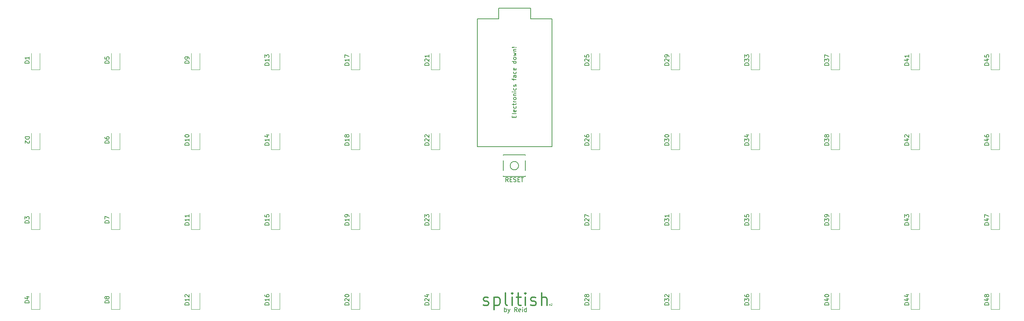
<source format=gto>
G04 #@! TF.GenerationSoftware,KiCad,Pcbnew,(5.1.5)-3*
G04 #@! TF.CreationDate,2020-07-05T21:00:07-05:00*
G04 #@! TF.ProjectId,starter-ortho,73746172-7465-4722-9d6f-7274686f2e6b,rev?*
G04 #@! TF.SameCoordinates,Original*
G04 #@! TF.FileFunction,Legend,Top*
G04 #@! TF.FilePolarity,Positive*
%FSLAX46Y46*%
G04 Gerber Fmt 4.6, Leading zero omitted, Abs format (unit mm)*
G04 Created by KiCad (PCBNEW (5.1.5)-3) date 2020-07-05 21:00:07*
%MOMM*%
%LPD*%
G04 APERTURE LIST*
%ADD10C,0.075000*%
%ADD11C,0.150000*%
%ADD12C,0.300000*%
%ADD13C,0.120000*%
%ADD14C,1.302000*%
%ADD15C,2.002000*%
%ADD16C,3.502000*%
%ADD17C,1.702000*%
%ADD18R,1.702000X1.702000*%
%ADD19R,1.902000X1.202000*%
%ADD20R,1.302000X1.002000*%
G04 APERTURE END LIST*
D10*
X157249857Y-83585857D02*
X157368904Y-83919190D01*
X157487952Y-83585857D01*
X157654619Y-83466809D02*
X157678428Y-83443000D01*
X157726047Y-83419190D01*
X157845095Y-83419190D01*
X157892714Y-83443000D01*
X157916523Y-83466809D01*
X157940333Y-83514428D01*
X157940333Y-83562047D01*
X157916523Y-83633476D01*
X157630809Y-83919190D01*
X157940333Y-83919190D01*
D11*
X146629761Y-85383630D02*
X146629761Y-84383630D01*
X146629761Y-84764583D02*
X146725000Y-84716964D01*
X146915476Y-84716964D01*
X147010714Y-84764583D01*
X147058333Y-84812202D01*
X147105952Y-84907440D01*
X147105952Y-85193154D01*
X147058333Y-85288392D01*
X147010714Y-85336011D01*
X146915476Y-85383630D01*
X146725000Y-85383630D01*
X146629761Y-85336011D01*
X147439285Y-84716964D02*
X147677380Y-85383630D01*
X147915476Y-84716964D02*
X147677380Y-85383630D01*
X147582142Y-85621726D01*
X147534523Y-85669345D01*
X147439285Y-85716964D01*
X149629761Y-85383630D02*
X149296428Y-84907440D01*
X149058333Y-85383630D02*
X149058333Y-84383630D01*
X149439285Y-84383630D01*
X149534523Y-84431250D01*
X149582142Y-84478869D01*
X149629761Y-84574107D01*
X149629761Y-84716964D01*
X149582142Y-84812202D01*
X149534523Y-84859821D01*
X149439285Y-84907440D01*
X149058333Y-84907440D01*
X150439285Y-85336011D02*
X150344047Y-85383630D01*
X150153571Y-85383630D01*
X150058333Y-85336011D01*
X150010714Y-85240773D01*
X150010714Y-84859821D01*
X150058333Y-84764583D01*
X150153571Y-84716964D01*
X150344047Y-84716964D01*
X150439285Y-84764583D01*
X150486904Y-84859821D01*
X150486904Y-84955059D01*
X150010714Y-85050297D01*
X150915476Y-85383630D02*
X150915476Y-84716964D01*
X150915476Y-84383630D02*
X150867857Y-84431250D01*
X150915476Y-84478869D01*
X150963095Y-84431250D01*
X150915476Y-84383630D01*
X150915476Y-84478869D01*
X151820238Y-85383630D02*
X151820238Y-84383630D01*
X151820238Y-85336011D02*
X151725000Y-85383630D01*
X151534523Y-85383630D01*
X151439285Y-85336011D01*
X151391666Y-85288392D01*
X151344047Y-85193154D01*
X151344047Y-84907440D01*
X151391666Y-84812202D01*
X151439285Y-84764583D01*
X151534523Y-84716964D01*
X151725000Y-84716964D01*
X151820238Y-84764583D01*
D12*
X141582142Y-83764285D02*
X141867857Y-83907142D01*
X142439285Y-83907142D01*
X142725000Y-83764285D01*
X142867857Y-83478571D01*
X142867857Y-83335714D01*
X142725000Y-83050000D01*
X142439285Y-82907142D01*
X142010714Y-82907142D01*
X141725000Y-82764285D01*
X141582142Y-82478571D01*
X141582142Y-82335714D01*
X141725000Y-82050000D01*
X142010714Y-81907142D01*
X142439285Y-81907142D01*
X142725000Y-82050000D01*
X144153571Y-81907142D02*
X144153571Y-84907142D01*
X144153571Y-82050000D02*
X144439285Y-81907142D01*
X145010714Y-81907142D01*
X145296428Y-82050000D01*
X145439285Y-82192857D01*
X145582142Y-82478571D01*
X145582142Y-83335714D01*
X145439285Y-83621428D01*
X145296428Y-83764285D01*
X145010714Y-83907142D01*
X144439285Y-83907142D01*
X144153571Y-83764285D01*
X147296428Y-83907142D02*
X147010714Y-83764285D01*
X146867857Y-83478571D01*
X146867857Y-80907142D01*
X148439285Y-83907142D02*
X148439285Y-81907142D01*
X148439285Y-80907142D02*
X148296428Y-81050000D01*
X148439285Y-81192857D01*
X148582142Y-81050000D01*
X148439285Y-80907142D01*
X148439285Y-81192857D01*
X149439285Y-81907142D02*
X150582142Y-81907142D01*
X149867857Y-80907142D02*
X149867857Y-83478571D01*
X150010714Y-83764285D01*
X150296428Y-83907142D01*
X150582142Y-83907142D01*
X151582142Y-83907142D02*
X151582142Y-81907142D01*
X151582142Y-80907142D02*
X151439285Y-81050000D01*
X151582142Y-81192857D01*
X151725000Y-81050000D01*
X151582142Y-80907142D01*
X151582142Y-81192857D01*
X152867857Y-83764285D02*
X153153571Y-83907142D01*
X153725000Y-83907142D01*
X154010714Y-83764285D01*
X154153571Y-83478571D01*
X154153571Y-83335714D01*
X154010714Y-83050000D01*
X153725000Y-82907142D01*
X153296428Y-82907142D01*
X153010714Y-82764285D01*
X152867857Y-82478571D01*
X152867857Y-82335714D01*
X153010714Y-82050000D01*
X153296428Y-81907142D01*
X153725000Y-81907142D01*
X154010714Y-82050000D01*
X155439285Y-83907142D02*
X155439285Y-80907142D01*
X156725000Y-83907142D02*
X156725000Y-82335714D01*
X156582142Y-82050000D01*
X156296428Y-81907142D01*
X155867857Y-81907142D01*
X155582142Y-82050000D01*
X155439285Y-82192857D01*
D11*
X148899571Y-39114952D02*
X148899571Y-38781619D01*
X149423380Y-38638761D02*
X149423380Y-39114952D01*
X148423380Y-39114952D01*
X148423380Y-38638761D01*
X149423380Y-38067333D02*
X149375761Y-38162571D01*
X149280523Y-38210190D01*
X148423380Y-38210190D01*
X149375761Y-37305428D02*
X149423380Y-37400666D01*
X149423380Y-37591142D01*
X149375761Y-37686380D01*
X149280523Y-37734000D01*
X148899571Y-37734000D01*
X148804333Y-37686380D01*
X148756714Y-37591142D01*
X148756714Y-37400666D01*
X148804333Y-37305428D01*
X148899571Y-37257809D01*
X148994809Y-37257809D01*
X149090047Y-37734000D01*
X149375761Y-36400666D02*
X149423380Y-36495904D01*
X149423380Y-36686380D01*
X149375761Y-36781619D01*
X149328142Y-36829238D01*
X149232904Y-36876857D01*
X148947190Y-36876857D01*
X148851952Y-36829238D01*
X148804333Y-36781619D01*
X148756714Y-36686380D01*
X148756714Y-36495904D01*
X148804333Y-36400666D01*
X148756714Y-36114952D02*
X148756714Y-35734000D01*
X148423380Y-35972095D02*
X149280523Y-35972095D01*
X149375761Y-35924476D01*
X149423380Y-35829238D01*
X149423380Y-35734000D01*
X149423380Y-35400666D02*
X148756714Y-35400666D01*
X148947190Y-35400666D02*
X148851952Y-35353047D01*
X148804333Y-35305428D01*
X148756714Y-35210190D01*
X148756714Y-35114952D01*
X149423380Y-34638761D02*
X149375761Y-34734000D01*
X149328142Y-34781619D01*
X149232904Y-34829238D01*
X148947190Y-34829238D01*
X148851952Y-34781619D01*
X148804333Y-34734000D01*
X148756714Y-34638761D01*
X148756714Y-34495904D01*
X148804333Y-34400666D01*
X148851952Y-34353047D01*
X148947190Y-34305428D01*
X149232904Y-34305428D01*
X149328142Y-34353047D01*
X149375761Y-34400666D01*
X149423380Y-34495904D01*
X149423380Y-34638761D01*
X148756714Y-33876857D02*
X149423380Y-33876857D01*
X148851952Y-33876857D02*
X148804333Y-33829238D01*
X148756714Y-33734000D01*
X148756714Y-33591142D01*
X148804333Y-33495904D01*
X148899571Y-33448285D01*
X149423380Y-33448285D01*
X149423380Y-32972095D02*
X148756714Y-32972095D01*
X148423380Y-32972095D02*
X148471000Y-33019714D01*
X148518619Y-32972095D01*
X148471000Y-32924476D01*
X148423380Y-32972095D01*
X148518619Y-32972095D01*
X149375761Y-32067333D02*
X149423380Y-32162571D01*
X149423380Y-32353047D01*
X149375761Y-32448285D01*
X149328142Y-32495904D01*
X149232904Y-32543523D01*
X148947190Y-32543523D01*
X148851952Y-32495904D01*
X148804333Y-32448285D01*
X148756714Y-32353047D01*
X148756714Y-32162571D01*
X148804333Y-32067333D01*
X149375761Y-31686380D02*
X149423380Y-31591142D01*
X149423380Y-31400666D01*
X149375761Y-31305428D01*
X149280523Y-31257809D01*
X149232904Y-31257809D01*
X149137666Y-31305428D01*
X149090047Y-31400666D01*
X149090047Y-31543523D01*
X149042428Y-31638761D01*
X148947190Y-31686380D01*
X148899571Y-31686380D01*
X148804333Y-31638761D01*
X148756714Y-31543523D01*
X148756714Y-31400666D01*
X148804333Y-31305428D01*
X148756714Y-30210190D02*
X148756714Y-29829238D01*
X149423380Y-30067333D02*
X148566238Y-30067333D01*
X148471000Y-30019714D01*
X148423380Y-29924476D01*
X148423380Y-29829238D01*
X149423380Y-29067333D02*
X148899571Y-29067333D01*
X148804333Y-29114952D01*
X148756714Y-29210190D01*
X148756714Y-29400666D01*
X148804333Y-29495904D01*
X149375761Y-29067333D02*
X149423380Y-29162571D01*
X149423380Y-29400666D01*
X149375761Y-29495904D01*
X149280523Y-29543523D01*
X149185285Y-29543523D01*
X149090047Y-29495904D01*
X149042428Y-29400666D01*
X149042428Y-29162571D01*
X148994809Y-29067333D01*
X149375761Y-28162571D02*
X149423380Y-28257809D01*
X149423380Y-28448285D01*
X149375761Y-28543523D01*
X149328142Y-28591142D01*
X149232904Y-28638761D01*
X148947190Y-28638761D01*
X148851952Y-28591142D01*
X148804333Y-28543523D01*
X148756714Y-28448285D01*
X148756714Y-28257809D01*
X148804333Y-28162571D01*
X149375761Y-27353047D02*
X149423380Y-27448285D01*
X149423380Y-27638761D01*
X149375761Y-27734000D01*
X149280523Y-27781619D01*
X148899571Y-27781619D01*
X148804333Y-27734000D01*
X148756714Y-27638761D01*
X148756714Y-27448285D01*
X148804333Y-27353047D01*
X148899571Y-27305428D01*
X148994809Y-27305428D01*
X149090047Y-27781619D01*
X149423380Y-25686380D02*
X148423380Y-25686380D01*
X149375761Y-25686380D02*
X149423380Y-25781619D01*
X149423380Y-25972095D01*
X149375761Y-26067333D01*
X149328142Y-26114952D01*
X149232904Y-26162571D01*
X148947190Y-26162571D01*
X148851952Y-26114952D01*
X148804333Y-26067333D01*
X148756714Y-25972095D01*
X148756714Y-25781619D01*
X148804333Y-25686380D01*
X149423380Y-25067333D02*
X149375761Y-25162571D01*
X149328142Y-25210190D01*
X149232904Y-25257809D01*
X148947190Y-25257809D01*
X148851952Y-25210190D01*
X148804333Y-25162571D01*
X148756714Y-25067333D01*
X148756714Y-24924476D01*
X148804333Y-24829238D01*
X148851952Y-24781619D01*
X148947190Y-24734000D01*
X149232904Y-24734000D01*
X149328142Y-24781619D01*
X149375761Y-24829238D01*
X149423380Y-24924476D01*
X149423380Y-25067333D01*
X148756714Y-24400666D02*
X149423380Y-24210190D01*
X148947190Y-24019714D01*
X149423380Y-23829238D01*
X148756714Y-23638761D01*
X148756714Y-23257809D02*
X149423380Y-23257809D01*
X148851952Y-23257809D02*
X148804333Y-23210190D01*
X148756714Y-23114952D01*
X148756714Y-22972095D01*
X148804333Y-22876857D01*
X148899571Y-22829238D01*
X149423380Y-22829238D01*
X149328142Y-22353047D02*
X149375761Y-22305428D01*
X149423380Y-22353047D01*
X149375761Y-22400666D01*
X149328142Y-22353047D01*
X149423380Y-22353047D01*
X149042428Y-22353047D02*
X148471000Y-22400666D01*
X148423380Y-22353047D01*
X148471000Y-22305428D01*
X149042428Y-22353047D01*
X148423380Y-22353047D01*
X140144500Y-15525750D02*
X140144500Y-46005750D01*
X145224500Y-15525750D02*
X140144500Y-15525750D01*
X145224500Y-12985750D02*
X145224500Y-15525750D01*
X152844500Y-12985750D02*
X145224500Y-12985750D01*
X152844500Y-15525750D02*
X152844500Y-12985750D01*
X157924500Y-15525750D02*
X152844500Y-15525750D01*
X157924500Y-46005750D02*
X157924500Y-15525750D01*
X140144500Y-46005750D02*
X157924500Y-46005750D01*
X151571000Y-53177750D02*
X146371000Y-53177750D01*
X146371000Y-53177750D02*
X146371000Y-47977750D01*
X146371000Y-47977750D02*
X151571000Y-47977750D01*
X151571000Y-47977750D02*
X151571000Y-53177750D01*
X149971000Y-50577750D02*
G75*
G03X149971000Y-50577750I-1000000J0D01*
G01*
D13*
X262525000Y-84800000D02*
X262525000Y-80900000D01*
X264525000Y-84800000D02*
X264525000Y-80900000D01*
X262525000Y-84800000D02*
X264525000Y-84800000D01*
X262525000Y-65750000D02*
X262525000Y-61850000D01*
X264525000Y-65750000D02*
X264525000Y-61850000D01*
X262525000Y-65750000D02*
X264525000Y-65750000D01*
X262525000Y-46700000D02*
X262525000Y-42800000D01*
X264525000Y-46700000D02*
X264525000Y-42800000D01*
X262525000Y-46700000D02*
X264525000Y-46700000D01*
X262525000Y-27650000D02*
X262525000Y-23750000D01*
X264525000Y-27650000D02*
X264525000Y-23750000D01*
X262525000Y-27650000D02*
X264525000Y-27650000D01*
X243475000Y-84800000D02*
X243475000Y-80900000D01*
X245475000Y-84800000D02*
X245475000Y-80900000D01*
X243475000Y-84800000D02*
X245475000Y-84800000D01*
X243475000Y-65750000D02*
X243475000Y-61850000D01*
X245475000Y-65750000D02*
X245475000Y-61850000D01*
X243475000Y-65750000D02*
X245475000Y-65750000D01*
X243475000Y-46700000D02*
X243475000Y-42800000D01*
X245475000Y-46700000D02*
X245475000Y-42800000D01*
X243475000Y-46700000D02*
X245475000Y-46700000D01*
X243475000Y-27650000D02*
X243475000Y-23750000D01*
X245475000Y-27650000D02*
X245475000Y-23750000D01*
X243475000Y-27650000D02*
X245475000Y-27650000D01*
X224425000Y-84800000D02*
X224425000Y-80900000D01*
X226425000Y-84800000D02*
X226425000Y-80900000D01*
X224425000Y-84800000D02*
X226425000Y-84800000D01*
X224425000Y-65750000D02*
X224425000Y-61850000D01*
X226425000Y-65750000D02*
X226425000Y-61850000D01*
X224425000Y-65750000D02*
X226425000Y-65750000D01*
X224425000Y-46700000D02*
X224425000Y-42800000D01*
X226425000Y-46700000D02*
X226425000Y-42800000D01*
X224425000Y-46700000D02*
X226425000Y-46700000D01*
X224425000Y-27650000D02*
X224425000Y-23750000D01*
X226425000Y-27650000D02*
X226425000Y-23750000D01*
X224425000Y-27650000D02*
X226425000Y-27650000D01*
X205375000Y-84800000D02*
X205375000Y-80900000D01*
X207375000Y-84800000D02*
X207375000Y-80900000D01*
X205375000Y-84800000D02*
X207375000Y-84800000D01*
X205375000Y-65750000D02*
X205375000Y-61850000D01*
X207375000Y-65750000D02*
X207375000Y-61850000D01*
X205375000Y-65750000D02*
X207375000Y-65750000D01*
X205375000Y-46700000D02*
X205375000Y-42800000D01*
X207375000Y-46700000D02*
X207375000Y-42800000D01*
X205375000Y-46700000D02*
X207375000Y-46700000D01*
X205375000Y-27650000D02*
X205375000Y-23750000D01*
X207375000Y-27650000D02*
X207375000Y-23750000D01*
X205375000Y-27650000D02*
X207375000Y-27650000D01*
X186325000Y-84800000D02*
X186325000Y-80900000D01*
X188325000Y-84800000D02*
X188325000Y-80900000D01*
X186325000Y-84800000D02*
X188325000Y-84800000D01*
X186325000Y-65750000D02*
X186325000Y-61850000D01*
X188325000Y-65750000D02*
X188325000Y-61850000D01*
X186325000Y-65750000D02*
X188325000Y-65750000D01*
X186325000Y-46700000D02*
X186325000Y-42800000D01*
X188325000Y-46700000D02*
X188325000Y-42800000D01*
X186325000Y-46700000D02*
X188325000Y-46700000D01*
X186325000Y-27650000D02*
X186325000Y-23750000D01*
X188325000Y-27650000D02*
X188325000Y-23750000D01*
X186325000Y-27650000D02*
X188325000Y-27650000D01*
X167275000Y-84800000D02*
X167275000Y-80900000D01*
X169275000Y-84800000D02*
X169275000Y-80900000D01*
X167275000Y-84800000D02*
X169275000Y-84800000D01*
X167275000Y-65750000D02*
X167275000Y-61850000D01*
X169275000Y-65750000D02*
X169275000Y-61850000D01*
X167275000Y-65750000D02*
X169275000Y-65750000D01*
X167275000Y-46700000D02*
X167275000Y-42800000D01*
X169275000Y-46700000D02*
X169275000Y-42800000D01*
X167275000Y-46700000D02*
X169275000Y-46700000D01*
X167275000Y-27650000D02*
X167275000Y-23750000D01*
X169275000Y-27650000D02*
X169275000Y-23750000D01*
X167275000Y-27650000D02*
X169275000Y-27650000D01*
X129175000Y-84800000D02*
X129175000Y-80900000D01*
X131175000Y-84800000D02*
X131175000Y-80900000D01*
X129175000Y-84800000D02*
X131175000Y-84800000D01*
X129175000Y-65750000D02*
X129175000Y-61850000D01*
X131175000Y-65750000D02*
X131175000Y-61850000D01*
X129175000Y-65750000D02*
X131175000Y-65750000D01*
X129175000Y-46700000D02*
X129175000Y-42800000D01*
X131175000Y-46700000D02*
X131175000Y-42800000D01*
X129175000Y-46700000D02*
X131175000Y-46700000D01*
X129175000Y-27650000D02*
X129175000Y-23750000D01*
X131175000Y-27650000D02*
X131175000Y-23750000D01*
X129175000Y-27650000D02*
X131175000Y-27650000D01*
X110125000Y-84800000D02*
X110125000Y-80900000D01*
X112125000Y-84800000D02*
X112125000Y-80900000D01*
X110125000Y-84800000D02*
X112125000Y-84800000D01*
X110125000Y-65750000D02*
X110125000Y-61850000D01*
X112125000Y-65750000D02*
X112125000Y-61850000D01*
X110125000Y-65750000D02*
X112125000Y-65750000D01*
X110125000Y-46700000D02*
X110125000Y-42800000D01*
X112125000Y-46700000D02*
X112125000Y-42800000D01*
X110125000Y-46700000D02*
X112125000Y-46700000D01*
X110125000Y-27650000D02*
X110125000Y-23750000D01*
X112125000Y-27650000D02*
X112125000Y-23750000D01*
X110125000Y-27650000D02*
X112125000Y-27650000D01*
X91075000Y-84800000D02*
X91075000Y-80900000D01*
X93075000Y-84800000D02*
X93075000Y-80900000D01*
X91075000Y-84800000D02*
X93075000Y-84800000D01*
X91075000Y-65750000D02*
X91075000Y-61850000D01*
X93075000Y-65750000D02*
X93075000Y-61850000D01*
X91075000Y-65750000D02*
X93075000Y-65750000D01*
X91075000Y-46700000D02*
X91075000Y-42800000D01*
X93075000Y-46700000D02*
X93075000Y-42800000D01*
X91075000Y-46700000D02*
X93075000Y-46700000D01*
X91075000Y-27650000D02*
X91075000Y-23750000D01*
X93075000Y-27650000D02*
X93075000Y-23750000D01*
X91075000Y-27650000D02*
X93075000Y-27650000D01*
X72025000Y-84800000D02*
X72025000Y-80900000D01*
X74025000Y-84800000D02*
X74025000Y-80900000D01*
X72025000Y-84800000D02*
X74025000Y-84800000D01*
X72025000Y-65750000D02*
X72025000Y-61850000D01*
X74025000Y-65750000D02*
X74025000Y-61850000D01*
X72025000Y-65750000D02*
X74025000Y-65750000D01*
X72025000Y-46700000D02*
X72025000Y-42800000D01*
X74025000Y-46700000D02*
X74025000Y-42800000D01*
X72025000Y-46700000D02*
X74025000Y-46700000D01*
X72025000Y-27650000D02*
X72025000Y-23750000D01*
X74025000Y-27650000D02*
X74025000Y-23750000D01*
X72025000Y-27650000D02*
X74025000Y-27650000D01*
X52975000Y-84800000D02*
X52975000Y-80900000D01*
X54975000Y-84800000D02*
X54975000Y-80900000D01*
X52975000Y-84800000D02*
X54975000Y-84800000D01*
X52975000Y-65750000D02*
X52975000Y-61850000D01*
X54975000Y-65750000D02*
X54975000Y-61850000D01*
X52975000Y-65750000D02*
X54975000Y-65750000D01*
X52975000Y-46700000D02*
X52975000Y-42800000D01*
X54975000Y-46700000D02*
X54975000Y-42800000D01*
X52975000Y-46700000D02*
X54975000Y-46700000D01*
X52975000Y-27650000D02*
X52975000Y-23750000D01*
X54975000Y-27650000D02*
X54975000Y-23750000D01*
X52975000Y-27650000D02*
X54975000Y-27650000D01*
X33925000Y-84800000D02*
X33925000Y-80900000D01*
X35925000Y-84800000D02*
X35925000Y-80900000D01*
X33925000Y-84800000D02*
X35925000Y-84800000D01*
X33925000Y-65750000D02*
X33925000Y-61850000D01*
X35925000Y-65750000D02*
X35925000Y-61850000D01*
X33925000Y-65750000D02*
X35925000Y-65750000D01*
X33925000Y-46700000D02*
X33925000Y-42800000D01*
X35925000Y-46700000D02*
X35925000Y-42800000D01*
X33925000Y-46700000D02*
X35925000Y-46700000D01*
X33925000Y-27650000D02*
X33925000Y-23750000D01*
X35925000Y-27650000D02*
X35925000Y-23750000D01*
X33925000Y-27650000D02*
X35925000Y-27650000D01*
D11*
X147518619Y-54427380D02*
X147185285Y-53951190D01*
X146947190Y-54427380D02*
X146947190Y-53427380D01*
X147328142Y-53427380D01*
X147423380Y-53475000D01*
X147471000Y-53522619D01*
X147518619Y-53617857D01*
X147518619Y-53760714D01*
X147471000Y-53855952D01*
X147423380Y-53903571D01*
X147328142Y-53951190D01*
X146947190Y-53951190D01*
X147947190Y-53903571D02*
X148280523Y-53903571D01*
X148423380Y-54427380D02*
X147947190Y-54427380D01*
X147947190Y-53427380D01*
X148423380Y-53427380D01*
X148804333Y-54379761D02*
X148947190Y-54427380D01*
X149185285Y-54427380D01*
X149280523Y-54379761D01*
X149328142Y-54332142D01*
X149375761Y-54236904D01*
X149375761Y-54141666D01*
X149328142Y-54046428D01*
X149280523Y-53998809D01*
X149185285Y-53951190D01*
X148994809Y-53903571D01*
X148899571Y-53855952D01*
X148851952Y-53808333D01*
X148804333Y-53713095D01*
X148804333Y-53617857D01*
X148851952Y-53522619D01*
X148899571Y-53475000D01*
X148994809Y-53427380D01*
X149232904Y-53427380D01*
X149375761Y-53475000D01*
X149804333Y-53903571D02*
X150137666Y-53903571D01*
X150280523Y-54427380D02*
X149804333Y-54427380D01*
X149804333Y-53427380D01*
X150280523Y-53427380D01*
X150566238Y-53427380D02*
X151137666Y-53427380D01*
X150851952Y-54427380D02*
X150851952Y-53427380D01*
X261977380Y-83764285D02*
X260977380Y-83764285D01*
X260977380Y-83526190D01*
X261025000Y-83383333D01*
X261120238Y-83288095D01*
X261215476Y-83240476D01*
X261405952Y-83192857D01*
X261548809Y-83192857D01*
X261739285Y-83240476D01*
X261834523Y-83288095D01*
X261929761Y-83383333D01*
X261977380Y-83526190D01*
X261977380Y-83764285D01*
X261310714Y-82335714D02*
X261977380Y-82335714D01*
X260929761Y-82573809D02*
X261644047Y-82811904D01*
X261644047Y-82192857D01*
X261405952Y-81669047D02*
X261358333Y-81764285D01*
X261310714Y-81811904D01*
X261215476Y-81859523D01*
X261167857Y-81859523D01*
X261072619Y-81811904D01*
X261025000Y-81764285D01*
X260977380Y-81669047D01*
X260977380Y-81478571D01*
X261025000Y-81383333D01*
X261072619Y-81335714D01*
X261167857Y-81288095D01*
X261215476Y-81288095D01*
X261310714Y-81335714D01*
X261358333Y-81383333D01*
X261405952Y-81478571D01*
X261405952Y-81669047D01*
X261453571Y-81764285D01*
X261501190Y-81811904D01*
X261596428Y-81859523D01*
X261786904Y-81859523D01*
X261882142Y-81811904D01*
X261929761Y-81764285D01*
X261977380Y-81669047D01*
X261977380Y-81478571D01*
X261929761Y-81383333D01*
X261882142Y-81335714D01*
X261786904Y-81288095D01*
X261596428Y-81288095D01*
X261501190Y-81335714D01*
X261453571Y-81383333D01*
X261405952Y-81478571D01*
X261977380Y-64714285D02*
X260977380Y-64714285D01*
X260977380Y-64476190D01*
X261025000Y-64333333D01*
X261120238Y-64238095D01*
X261215476Y-64190476D01*
X261405952Y-64142857D01*
X261548809Y-64142857D01*
X261739285Y-64190476D01*
X261834523Y-64238095D01*
X261929761Y-64333333D01*
X261977380Y-64476190D01*
X261977380Y-64714285D01*
X261310714Y-63285714D02*
X261977380Y-63285714D01*
X260929761Y-63523809D02*
X261644047Y-63761904D01*
X261644047Y-63142857D01*
X260977380Y-62857142D02*
X260977380Y-62190476D01*
X261977380Y-62619047D01*
X261977380Y-45664285D02*
X260977380Y-45664285D01*
X260977380Y-45426190D01*
X261025000Y-45283333D01*
X261120238Y-45188095D01*
X261215476Y-45140476D01*
X261405952Y-45092857D01*
X261548809Y-45092857D01*
X261739285Y-45140476D01*
X261834523Y-45188095D01*
X261929761Y-45283333D01*
X261977380Y-45426190D01*
X261977380Y-45664285D01*
X261310714Y-44235714D02*
X261977380Y-44235714D01*
X260929761Y-44473809D02*
X261644047Y-44711904D01*
X261644047Y-44092857D01*
X260977380Y-43283333D02*
X260977380Y-43473809D01*
X261025000Y-43569047D01*
X261072619Y-43616666D01*
X261215476Y-43711904D01*
X261405952Y-43759523D01*
X261786904Y-43759523D01*
X261882142Y-43711904D01*
X261929761Y-43664285D01*
X261977380Y-43569047D01*
X261977380Y-43378571D01*
X261929761Y-43283333D01*
X261882142Y-43235714D01*
X261786904Y-43188095D01*
X261548809Y-43188095D01*
X261453571Y-43235714D01*
X261405952Y-43283333D01*
X261358333Y-43378571D01*
X261358333Y-43569047D01*
X261405952Y-43664285D01*
X261453571Y-43711904D01*
X261548809Y-43759523D01*
X261977380Y-26614285D02*
X260977380Y-26614285D01*
X260977380Y-26376190D01*
X261025000Y-26233333D01*
X261120238Y-26138095D01*
X261215476Y-26090476D01*
X261405952Y-26042857D01*
X261548809Y-26042857D01*
X261739285Y-26090476D01*
X261834523Y-26138095D01*
X261929761Y-26233333D01*
X261977380Y-26376190D01*
X261977380Y-26614285D01*
X261310714Y-25185714D02*
X261977380Y-25185714D01*
X260929761Y-25423809D02*
X261644047Y-25661904D01*
X261644047Y-25042857D01*
X260977380Y-24185714D02*
X260977380Y-24661904D01*
X261453571Y-24709523D01*
X261405952Y-24661904D01*
X261358333Y-24566666D01*
X261358333Y-24328571D01*
X261405952Y-24233333D01*
X261453571Y-24185714D01*
X261548809Y-24138095D01*
X261786904Y-24138095D01*
X261882142Y-24185714D01*
X261929761Y-24233333D01*
X261977380Y-24328571D01*
X261977380Y-24566666D01*
X261929761Y-24661904D01*
X261882142Y-24709523D01*
X242927380Y-83764285D02*
X241927380Y-83764285D01*
X241927380Y-83526190D01*
X241975000Y-83383333D01*
X242070238Y-83288095D01*
X242165476Y-83240476D01*
X242355952Y-83192857D01*
X242498809Y-83192857D01*
X242689285Y-83240476D01*
X242784523Y-83288095D01*
X242879761Y-83383333D01*
X242927380Y-83526190D01*
X242927380Y-83764285D01*
X242260714Y-82335714D02*
X242927380Y-82335714D01*
X241879761Y-82573809D02*
X242594047Y-82811904D01*
X242594047Y-82192857D01*
X242260714Y-81383333D02*
X242927380Y-81383333D01*
X241879761Y-81621428D02*
X242594047Y-81859523D01*
X242594047Y-81240476D01*
X242927380Y-64714285D02*
X241927380Y-64714285D01*
X241927380Y-64476190D01*
X241975000Y-64333333D01*
X242070238Y-64238095D01*
X242165476Y-64190476D01*
X242355952Y-64142857D01*
X242498809Y-64142857D01*
X242689285Y-64190476D01*
X242784523Y-64238095D01*
X242879761Y-64333333D01*
X242927380Y-64476190D01*
X242927380Y-64714285D01*
X242260714Y-63285714D02*
X242927380Y-63285714D01*
X241879761Y-63523809D02*
X242594047Y-63761904D01*
X242594047Y-63142857D01*
X241927380Y-62857142D02*
X241927380Y-62238095D01*
X242308333Y-62571428D01*
X242308333Y-62428571D01*
X242355952Y-62333333D01*
X242403571Y-62285714D01*
X242498809Y-62238095D01*
X242736904Y-62238095D01*
X242832142Y-62285714D01*
X242879761Y-62333333D01*
X242927380Y-62428571D01*
X242927380Y-62714285D01*
X242879761Y-62809523D01*
X242832142Y-62857142D01*
X242927380Y-45664285D02*
X241927380Y-45664285D01*
X241927380Y-45426190D01*
X241975000Y-45283333D01*
X242070238Y-45188095D01*
X242165476Y-45140476D01*
X242355952Y-45092857D01*
X242498809Y-45092857D01*
X242689285Y-45140476D01*
X242784523Y-45188095D01*
X242879761Y-45283333D01*
X242927380Y-45426190D01*
X242927380Y-45664285D01*
X242260714Y-44235714D02*
X242927380Y-44235714D01*
X241879761Y-44473809D02*
X242594047Y-44711904D01*
X242594047Y-44092857D01*
X242022619Y-43759523D02*
X241975000Y-43711904D01*
X241927380Y-43616666D01*
X241927380Y-43378571D01*
X241975000Y-43283333D01*
X242022619Y-43235714D01*
X242117857Y-43188095D01*
X242213095Y-43188095D01*
X242355952Y-43235714D01*
X242927380Y-43807142D01*
X242927380Y-43188095D01*
X242927380Y-26614285D02*
X241927380Y-26614285D01*
X241927380Y-26376190D01*
X241975000Y-26233333D01*
X242070238Y-26138095D01*
X242165476Y-26090476D01*
X242355952Y-26042857D01*
X242498809Y-26042857D01*
X242689285Y-26090476D01*
X242784523Y-26138095D01*
X242879761Y-26233333D01*
X242927380Y-26376190D01*
X242927380Y-26614285D01*
X242260714Y-25185714D02*
X242927380Y-25185714D01*
X241879761Y-25423809D02*
X242594047Y-25661904D01*
X242594047Y-25042857D01*
X242927380Y-24138095D02*
X242927380Y-24709523D01*
X242927380Y-24423809D02*
X241927380Y-24423809D01*
X242070238Y-24519047D01*
X242165476Y-24614285D01*
X242213095Y-24709523D01*
X223877380Y-83764285D02*
X222877380Y-83764285D01*
X222877380Y-83526190D01*
X222925000Y-83383333D01*
X223020238Y-83288095D01*
X223115476Y-83240476D01*
X223305952Y-83192857D01*
X223448809Y-83192857D01*
X223639285Y-83240476D01*
X223734523Y-83288095D01*
X223829761Y-83383333D01*
X223877380Y-83526190D01*
X223877380Y-83764285D01*
X223210714Y-82335714D02*
X223877380Y-82335714D01*
X222829761Y-82573809D02*
X223544047Y-82811904D01*
X223544047Y-82192857D01*
X222877380Y-81621428D02*
X222877380Y-81526190D01*
X222925000Y-81430952D01*
X222972619Y-81383333D01*
X223067857Y-81335714D01*
X223258333Y-81288095D01*
X223496428Y-81288095D01*
X223686904Y-81335714D01*
X223782142Y-81383333D01*
X223829761Y-81430952D01*
X223877380Y-81526190D01*
X223877380Y-81621428D01*
X223829761Y-81716666D01*
X223782142Y-81764285D01*
X223686904Y-81811904D01*
X223496428Y-81859523D01*
X223258333Y-81859523D01*
X223067857Y-81811904D01*
X222972619Y-81764285D01*
X222925000Y-81716666D01*
X222877380Y-81621428D01*
X223877380Y-64714285D02*
X222877380Y-64714285D01*
X222877380Y-64476190D01*
X222925000Y-64333333D01*
X223020238Y-64238095D01*
X223115476Y-64190476D01*
X223305952Y-64142857D01*
X223448809Y-64142857D01*
X223639285Y-64190476D01*
X223734523Y-64238095D01*
X223829761Y-64333333D01*
X223877380Y-64476190D01*
X223877380Y-64714285D01*
X222877380Y-63809523D02*
X222877380Y-63190476D01*
X223258333Y-63523809D01*
X223258333Y-63380952D01*
X223305952Y-63285714D01*
X223353571Y-63238095D01*
X223448809Y-63190476D01*
X223686904Y-63190476D01*
X223782142Y-63238095D01*
X223829761Y-63285714D01*
X223877380Y-63380952D01*
X223877380Y-63666666D01*
X223829761Y-63761904D01*
X223782142Y-63809523D01*
X223877380Y-62714285D02*
X223877380Y-62523809D01*
X223829761Y-62428571D01*
X223782142Y-62380952D01*
X223639285Y-62285714D01*
X223448809Y-62238095D01*
X223067857Y-62238095D01*
X222972619Y-62285714D01*
X222925000Y-62333333D01*
X222877380Y-62428571D01*
X222877380Y-62619047D01*
X222925000Y-62714285D01*
X222972619Y-62761904D01*
X223067857Y-62809523D01*
X223305952Y-62809523D01*
X223401190Y-62761904D01*
X223448809Y-62714285D01*
X223496428Y-62619047D01*
X223496428Y-62428571D01*
X223448809Y-62333333D01*
X223401190Y-62285714D01*
X223305952Y-62238095D01*
X223877380Y-45664285D02*
X222877380Y-45664285D01*
X222877380Y-45426190D01*
X222925000Y-45283333D01*
X223020238Y-45188095D01*
X223115476Y-45140476D01*
X223305952Y-45092857D01*
X223448809Y-45092857D01*
X223639285Y-45140476D01*
X223734523Y-45188095D01*
X223829761Y-45283333D01*
X223877380Y-45426190D01*
X223877380Y-45664285D01*
X222877380Y-44759523D02*
X222877380Y-44140476D01*
X223258333Y-44473809D01*
X223258333Y-44330952D01*
X223305952Y-44235714D01*
X223353571Y-44188095D01*
X223448809Y-44140476D01*
X223686904Y-44140476D01*
X223782142Y-44188095D01*
X223829761Y-44235714D01*
X223877380Y-44330952D01*
X223877380Y-44616666D01*
X223829761Y-44711904D01*
X223782142Y-44759523D01*
X223305952Y-43569047D02*
X223258333Y-43664285D01*
X223210714Y-43711904D01*
X223115476Y-43759523D01*
X223067857Y-43759523D01*
X222972619Y-43711904D01*
X222925000Y-43664285D01*
X222877380Y-43569047D01*
X222877380Y-43378571D01*
X222925000Y-43283333D01*
X222972619Y-43235714D01*
X223067857Y-43188095D01*
X223115476Y-43188095D01*
X223210714Y-43235714D01*
X223258333Y-43283333D01*
X223305952Y-43378571D01*
X223305952Y-43569047D01*
X223353571Y-43664285D01*
X223401190Y-43711904D01*
X223496428Y-43759523D01*
X223686904Y-43759523D01*
X223782142Y-43711904D01*
X223829761Y-43664285D01*
X223877380Y-43569047D01*
X223877380Y-43378571D01*
X223829761Y-43283333D01*
X223782142Y-43235714D01*
X223686904Y-43188095D01*
X223496428Y-43188095D01*
X223401190Y-43235714D01*
X223353571Y-43283333D01*
X223305952Y-43378571D01*
X223877380Y-26614285D02*
X222877380Y-26614285D01*
X222877380Y-26376190D01*
X222925000Y-26233333D01*
X223020238Y-26138095D01*
X223115476Y-26090476D01*
X223305952Y-26042857D01*
X223448809Y-26042857D01*
X223639285Y-26090476D01*
X223734523Y-26138095D01*
X223829761Y-26233333D01*
X223877380Y-26376190D01*
X223877380Y-26614285D01*
X222877380Y-25709523D02*
X222877380Y-25090476D01*
X223258333Y-25423809D01*
X223258333Y-25280952D01*
X223305952Y-25185714D01*
X223353571Y-25138095D01*
X223448809Y-25090476D01*
X223686904Y-25090476D01*
X223782142Y-25138095D01*
X223829761Y-25185714D01*
X223877380Y-25280952D01*
X223877380Y-25566666D01*
X223829761Y-25661904D01*
X223782142Y-25709523D01*
X222877380Y-24757142D02*
X222877380Y-24090476D01*
X223877380Y-24519047D01*
X204827380Y-83764285D02*
X203827380Y-83764285D01*
X203827380Y-83526190D01*
X203875000Y-83383333D01*
X203970238Y-83288095D01*
X204065476Y-83240476D01*
X204255952Y-83192857D01*
X204398809Y-83192857D01*
X204589285Y-83240476D01*
X204684523Y-83288095D01*
X204779761Y-83383333D01*
X204827380Y-83526190D01*
X204827380Y-83764285D01*
X203827380Y-82859523D02*
X203827380Y-82240476D01*
X204208333Y-82573809D01*
X204208333Y-82430952D01*
X204255952Y-82335714D01*
X204303571Y-82288095D01*
X204398809Y-82240476D01*
X204636904Y-82240476D01*
X204732142Y-82288095D01*
X204779761Y-82335714D01*
X204827380Y-82430952D01*
X204827380Y-82716666D01*
X204779761Y-82811904D01*
X204732142Y-82859523D01*
X203827380Y-81383333D02*
X203827380Y-81573809D01*
X203875000Y-81669047D01*
X203922619Y-81716666D01*
X204065476Y-81811904D01*
X204255952Y-81859523D01*
X204636904Y-81859523D01*
X204732142Y-81811904D01*
X204779761Y-81764285D01*
X204827380Y-81669047D01*
X204827380Y-81478571D01*
X204779761Y-81383333D01*
X204732142Y-81335714D01*
X204636904Y-81288095D01*
X204398809Y-81288095D01*
X204303571Y-81335714D01*
X204255952Y-81383333D01*
X204208333Y-81478571D01*
X204208333Y-81669047D01*
X204255952Y-81764285D01*
X204303571Y-81811904D01*
X204398809Y-81859523D01*
X204827380Y-64714285D02*
X203827380Y-64714285D01*
X203827380Y-64476190D01*
X203875000Y-64333333D01*
X203970238Y-64238095D01*
X204065476Y-64190476D01*
X204255952Y-64142857D01*
X204398809Y-64142857D01*
X204589285Y-64190476D01*
X204684523Y-64238095D01*
X204779761Y-64333333D01*
X204827380Y-64476190D01*
X204827380Y-64714285D01*
X203827380Y-63809523D02*
X203827380Y-63190476D01*
X204208333Y-63523809D01*
X204208333Y-63380952D01*
X204255952Y-63285714D01*
X204303571Y-63238095D01*
X204398809Y-63190476D01*
X204636904Y-63190476D01*
X204732142Y-63238095D01*
X204779761Y-63285714D01*
X204827380Y-63380952D01*
X204827380Y-63666666D01*
X204779761Y-63761904D01*
X204732142Y-63809523D01*
X203827380Y-62285714D02*
X203827380Y-62761904D01*
X204303571Y-62809523D01*
X204255952Y-62761904D01*
X204208333Y-62666666D01*
X204208333Y-62428571D01*
X204255952Y-62333333D01*
X204303571Y-62285714D01*
X204398809Y-62238095D01*
X204636904Y-62238095D01*
X204732142Y-62285714D01*
X204779761Y-62333333D01*
X204827380Y-62428571D01*
X204827380Y-62666666D01*
X204779761Y-62761904D01*
X204732142Y-62809523D01*
X204827380Y-45664285D02*
X203827380Y-45664285D01*
X203827380Y-45426190D01*
X203875000Y-45283333D01*
X203970238Y-45188095D01*
X204065476Y-45140476D01*
X204255952Y-45092857D01*
X204398809Y-45092857D01*
X204589285Y-45140476D01*
X204684523Y-45188095D01*
X204779761Y-45283333D01*
X204827380Y-45426190D01*
X204827380Y-45664285D01*
X203827380Y-44759523D02*
X203827380Y-44140476D01*
X204208333Y-44473809D01*
X204208333Y-44330952D01*
X204255952Y-44235714D01*
X204303571Y-44188095D01*
X204398809Y-44140476D01*
X204636904Y-44140476D01*
X204732142Y-44188095D01*
X204779761Y-44235714D01*
X204827380Y-44330952D01*
X204827380Y-44616666D01*
X204779761Y-44711904D01*
X204732142Y-44759523D01*
X204160714Y-43283333D02*
X204827380Y-43283333D01*
X203779761Y-43521428D02*
X204494047Y-43759523D01*
X204494047Y-43140476D01*
X204827380Y-26614285D02*
X203827380Y-26614285D01*
X203827380Y-26376190D01*
X203875000Y-26233333D01*
X203970238Y-26138095D01*
X204065476Y-26090476D01*
X204255952Y-26042857D01*
X204398809Y-26042857D01*
X204589285Y-26090476D01*
X204684523Y-26138095D01*
X204779761Y-26233333D01*
X204827380Y-26376190D01*
X204827380Y-26614285D01*
X203827380Y-25709523D02*
X203827380Y-25090476D01*
X204208333Y-25423809D01*
X204208333Y-25280952D01*
X204255952Y-25185714D01*
X204303571Y-25138095D01*
X204398809Y-25090476D01*
X204636904Y-25090476D01*
X204732142Y-25138095D01*
X204779761Y-25185714D01*
X204827380Y-25280952D01*
X204827380Y-25566666D01*
X204779761Y-25661904D01*
X204732142Y-25709523D01*
X203827380Y-24757142D02*
X203827380Y-24138095D01*
X204208333Y-24471428D01*
X204208333Y-24328571D01*
X204255952Y-24233333D01*
X204303571Y-24185714D01*
X204398809Y-24138095D01*
X204636904Y-24138095D01*
X204732142Y-24185714D01*
X204779761Y-24233333D01*
X204827380Y-24328571D01*
X204827380Y-24614285D01*
X204779761Y-24709523D01*
X204732142Y-24757142D01*
X185777380Y-83764285D02*
X184777380Y-83764285D01*
X184777380Y-83526190D01*
X184825000Y-83383333D01*
X184920238Y-83288095D01*
X185015476Y-83240476D01*
X185205952Y-83192857D01*
X185348809Y-83192857D01*
X185539285Y-83240476D01*
X185634523Y-83288095D01*
X185729761Y-83383333D01*
X185777380Y-83526190D01*
X185777380Y-83764285D01*
X184777380Y-82859523D02*
X184777380Y-82240476D01*
X185158333Y-82573809D01*
X185158333Y-82430952D01*
X185205952Y-82335714D01*
X185253571Y-82288095D01*
X185348809Y-82240476D01*
X185586904Y-82240476D01*
X185682142Y-82288095D01*
X185729761Y-82335714D01*
X185777380Y-82430952D01*
X185777380Y-82716666D01*
X185729761Y-82811904D01*
X185682142Y-82859523D01*
X184872619Y-81859523D02*
X184825000Y-81811904D01*
X184777380Y-81716666D01*
X184777380Y-81478571D01*
X184825000Y-81383333D01*
X184872619Y-81335714D01*
X184967857Y-81288095D01*
X185063095Y-81288095D01*
X185205952Y-81335714D01*
X185777380Y-81907142D01*
X185777380Y-81288095D01*
X185777380Y-64714285D02*
X184777380Y-64714285D01*
X184777380Y-64476190D01*
X184825000Y-64333333D01*
X184920238Y-64238095D01*
X185015476Y-64190476D01*
X185205952Y-64142857D01*
X185348809Y-64142857D01*
X185539285Y-64190476D01*
X185634523Y-64238095D01*
X185729761Y-64333333D01*
X185777380Y-64476190D01*
X185777380Y-64714285D01*
X184777380Y-63809523D02*
X184777380Y-63190476D01*
X185158333Y-63523809D01*
X185158333Y-63380952D01*
X185205952Y-63285714D01*
X185253571Y-63238095D01*
X185348809Y-63190476D01*
X185586904Y-63190476D01*
X185682142Y-63238095D01*
X185729761Y-63285714D01*
X185777380Y-63380952D01*
X185777380Y-63666666D01*
X185729761Y-63761904D01*
X185682142Y-63809523D01*
X185777380Y-62238095D02*
X185777380Y-62809523D01*
X185777380Y-62523809D02*
X184777380Y-62523809D01*
X184920238Y-62619047D01*
X185015476Y-62714285D01*
X185063095Y-62809523D01*
X185777380Y-45664285D02*
X184777380Y-45664285D01*
X184777380Y-45426190D01*
X184825000Y-45283333D01*
X184920238Y-45188095D01*
X185015476Y-45140476D01*
X185205952Y-45092857D01*
X185348809Y-45092857D01*
X185539285Y-45140476D01*
X185634523Y-45188095D01*
X185729761Y-45283333D01*
X185777380Y-45426190D01*
X185777380Y-45664285D01*
X184777380Y-44759523D02*
X184777380Y-44140476D01*
X185158333Y-44473809D01*
X185158333Y-44330952D01*
X185205952Y-44235714D01*
X185253571Y-44188095D01*
X185348809Y-44140476D01*
X185586904Y-44140476D01*
X185682142Y-44188095D01*
X185729761Y-44235714D01*
X185777380Y-44330952D01*
X185777380Y-44616666D01*
X185729761Y-44711904D01*
X185682142Y-44759523D01*
X184777380Y-43521428D02*
X184777380Y-43426190D01*
X184825000Y-43330952D01*
X184872619Y-43283333D01*
X184967857Y-43235714D01*
X185158333Y-43188095D01*
X185396428Y-43188095D01*
X185586904Y-43235714D01*
X185682142Y-43283333D01*
X185729761Y-43330952D01*
X185777380Y-43426190D01*
X185777380Y-43521428D01*
X185729761Y-43616666D01*
X185682142Y-43664285D01*
X185586904Y-43711904D01*
X185396428Y-43759523D01*
X185158333Y-43759523D01*
X184967857Y-43711904D01*
X184872619Y-43664285D01*
X184825000Y-43616666D01*
X184777380Y-43521428D01*
X185777380Y-26614285D02*
X184777380Y-26614285D01*
X184777380Y-26376190D01*
X184825000Y-26233333D01*
X184920238Y-26138095D01*
X185015476Y-26090476D01*
X185205952Y-26042857D01*
X185348809Y-26042857D01*
X185539285Y-26090476D01*
X185634523Y-26138095D01*
X185729761Y-26233333D01*
X185777380Y-26376190D01*
X185777380Y-26614285D01*
X184872619Y-25661904D02*
X184825000Y-25614285D01*
X184777380Y-25519047D01*
X184777380Y-25280952D01*
X184825000Y-25185714D01*
X184872619Y-25138095D01*
X184967857Y-25090476D01*
X185063095Y-25090476D01*
X185205952Y-25138095D01*
X185777380Y-25709523D01*
X185777380Y-25090476D01*
X185777380Y-24614285D02*
X185777380Y-24423809D01*
X185729761Y-24328571D01*
X185682142Y-24280952D01*
X185539285Y-24185714D01*
X185348809Y-24138095D01*
X184967857Y-24138095D01*
X184872619Y-24185714D01*
X184825000Y-24233333D01*
X184777380Y-24328571D01*
X184777380Y-24519047D01*
X184825000Y-24614285D01*
X184872619Y-24661904D01*
X184967857Y-24709523D01*
X185205952Y-24709523D01*
X185301190Y-24661904D01*
X185348809Y-24614285D01*
X185396428Y-24519047D01*
X185396428Y-24328571D01*
X185348809Y-24233333D01*
X185301190Y-24185714D01*
X185205952Y-24138095D01*
X166727380Y-83764285D02*
X165727380Y-83764285D01*
X165727380Y-83526190D01*
X165775000Y-83383333D01*
X165870238Y-83288095D01*
X165965476Y-83240476D01*
X166155952Y-83192857D01*
X166298809Y-83192857D01*
X166489285Y-83240476D01*
X166584523Y-83288095D01*
X166679761Y-83383333D01*
X166727380Y-83526190D01*
X166727380Y-83764285D01*
X165822619Y-82811904D02*
X165775000Y-82764285D01*
X165727380Y-82669047D01*
X165727380Y-82430952D01*
X165775000Y-82335714D01*
X165822619Y-82288095D01*
X165917857Y-82240476D01*
X166013095Y-82240476D01*
X166155952Y-82288095D01*
X166727380Y-82859523D01*
X166727380Y-82240476D01*
X166155952Y-81669047D02*
X166108333Y-81764285D01*
X166060714Y-81811904D01*
X165965476Y-81859523D01*
X165917857Y-81859523D01*
X165822619Y-81811904D01*
X165775000Y-81764285D01*
X165727380Y-81669047D01*
X165727380Y-81478571D01*
X165775000Y-81383333D01*
X165822619Y-81335714D01*
X165917857Y-81288095D01*
X165965476Y-81288095D01*
X166060714Y-81335714D01*
X166108333Y-81383333D01*
X166155952Y-81478571D01*
X166155952Y-81669047D01*
X166203571Y-81764285D01*
X166251190Y-81811904D01*
X166346428Y-81859523D01*
X166536904Y-81859523D01*
X166632142Y-81811904D01*
X166679761Y-81764285D01*
X166727380Y-81669047D01*
X166727380Y-81478571D01*
X166679761Y-81383333D01*
X166632142Y-81335714D01*
X166536904Y-81288095D01*
X166346428Y-81288095D01*
X166251190Y-81335714D01*
X166203571Y-81383333D01*
X166155952Y-81478571D01*
X166727380Y-64714285D02*
X165727380Y-64714285D01*
X165727380Y-64476190D01*
X165775000Y-64333333D01*
X165870238Y-64238095D01*
X165965476Y-64190476D01*
X166155952Y-64142857D01*
X166298809Y-64142857D01*
X166489285Y-64190476D01*
X166584523Y-64238095D01*
X166679761Y-64333333D01*
X166727380Y-64476190D01*
X166727380Y-64714285D01*
X165822619Y-63761904D02*
X165775000Y-63714285D01*
X165727380Y-63619047D01*
X165727380Y-63380952D01*
X165775000Y-63285714D01*
X165822619Y-63238095D01*
X165917857Y-63190476D01*
X166013095Y-63190476D01*
X166155952Y-63238095D01*
X166727380Y-63809523D01*
X166727380Y-63190476D01*
X165727380Y-62857142D02*
X165727380Y-62190476D01*
X166727380Y-62619047D01*
X166727380Y-45664285D02*
X165727380Y-45664285D01*
X165727380Y-45426190D01*
X165775000Y-45283333D01*
X165870238Y-45188095D01*
X165965476Y-45140476D01*
X166155952Y-45092857D01*
X166298809Y-45092857D01*
X166489285Y-45140476D01*
X166584523Y-45188095D01*
X166679761Y-45283333D01*
X166727380Y-45426190D01*
X166727380Y-45664285D01*
X165822619Y-44711904D02*
X165775000Y-44664285D01*
X165727380Y-44569047D01*
X165727380Y-44330952D01*
X165775000Y-44235714D01*
X165822619Y-44188095D01*
X165917857Y-44140476D01*
X166013095Y-44140476D01*
X166155952Y-44188095D01*
X166727380Y-44759523D01*
X166727380Y-44140476D01*
X165727380Y-43283333D02*
X165727380Y-43473809D01*
X165775000Y-43569047D01*
X165822619Y-43616666D01*
X165965476Y-43711904D01*
X166155952Y-43759523D01*
X166536904Y-43759523D01*
X166632142Y-43711904D01*
X166679761Y-43664285D01*
X166727380Y-43569047D01*
X166727380Y-43378571D01*
X166679761Y-43283333D01*
X166632142Y-43235714D01*
X166536904Y-43188095D01*
X166298809Y-43188095D01*
X166203571Y-43235714D01*
X166155952Y-43283333D01*
X166108333Y-43378571D01*
X166108333Y-43569047D01*
X166155952Y-43664285D01*
X166203571Y-43711904D01*
X166298809Y-43759523D01*
X166727380Y-26614285D02*
X165727380Y-26614285D01*
X165727380Y-26376190D01*
X165775000Y-26233333D01*
X165870238Y-26138095D01*
X165965476Y-26090476D01*
X166155952Y-26042857D01*
X166298809Y-26042857D01*
X166489285Y-26090476D01*
X166584523Y-26138095D01*
X166679761Y-26233333D01*
X166727380Y-26376190D01*
X166727380Y-26614285D01*
X165822619Y-25661904D02*
X165775000Y-25614285D01*
X165727380Y-25519047D01*
X165727380Y-25280952D01*
X165775000Y-25185714D01*
X165822619Y-25138095D01*
X165917857Y-25090476D01*
X166013095Y-25090476D01*
X166155952Y-25138095D01*
X166727380Y-25709523D01*
X166727380Y-25090476D01*
X165727380Y-24185714D02*
X165727380Y-24661904D01*
X166203571Y-24709523D01*
X166155952Y-24661904D01*
X166108333Y-24566666D01*
X166108333Y-24328571D01*
X166155952Y-24233333D01*
X166203571Y-24185714D01*
X166298809Y-24138095D01*
X166536904Y-24138095D01*
X166632142Y-24185714D01*
X166679761Y-24233333D01*
X166727380Y-24328571D01*
X166727380Y-24566666D01*
X166679761Y-24661904D01*
X166632142Y-24709523D01*
X128627380Y-83764285D02*
X127627380Y-83764285D01*
X127627380Y-83526190D01*
X127675000Y-83383333D01*
X127770238Y-83288095D01*
X127865476Y-83240476D01*
X128055952Y-83192857D01*
X128198809Y-83192857D01*
X128389285Y-83240476D01*
X128484523Y-83288095D01*
X128579761Y-83383333D01*
X128627380Y-83526190D01*
X128627380Y-83764285D01*
X127722619Y-82811904D02*
X127675000Y-82764285D01*
X127627380Y-82669047D01*
X127627380Y-82430952D01*
X127675000Y-82335714D01*
X127722619Y-82288095D01*
X127817857Y-82240476D01*
X127913095Y-82240476D01*
X128055952Y-82288095D01*
X128627380Y-82859523D01*
X128627380Y-82240476D01*
X127960714Y-81383333D02*
X128627380Y-81383333D01*
X127579761Y-81621428D02*
X128294047Y-81859523D01*
X128294047Y-81240476D01*
X128627380Y-64714285D02*
X127627380Y-64714285D01*
X127627380Y-64476190D01*
X127675000Y-64333333D01*
X127770238Y-64238095D01*
X127865476Y-64190476D01*
X128055952Y-64142857D01*
X128198809Y-64142857D01*
X128389285Y-64190476D01*
X128484523Y-64238095D01*
X128579761Y-64333333D01*
X128627380Y-64476190D01*
X128627380Y-64714285D01*
X127722619Y-63761904D02*
X127675000Y-63714285D01*
X127627380Y-63619047D01*
X127627380Y-63380952D01*
X127675000Y-63285714D01*
X127722619Y-63238095D01*
X127817857Y-63190476D01*
X127913095Y-63190476D01*
X128055952Y-63238095D01*
X128627380Y-63809523D01*
X128627380Y-63190476D01*
X127627380Y-62857142D02*
X127627380Y-62238095D01*
X128008333Y-62571428D01*
X128008333Y-62428571D01*
X128055952Y-62333333D01*
X128103571Y-62285714D01*
X128198809Y-62238095D01*
X128436904Y-62238095D01*
X128532142Y-62285714D01*
X128579761Y-62333333D01*
X128627380Y-62428571D01*
X128627380Y-62714285D01*
X128579761Y-62809523D01*
X128532142Y-62857142D01*
X128627380Y-45664285D02*
X127627380Y-45664285D01*
X127627380Y-45426190D01*
X127675000Y-45283333D01*
X127770238Y-45188095D01*
X127865476Y-45140476D01*
X128055952Y-45092857D01*
X128198809Y-45092857D01*
X128389285Y-45140476D01*
X128484523Y-45188095D01*
X128579761Y-45283333D01*
X128627380Y-45426190D01*
X128627380Y-45664285D01*
X127722619Y-44711904D02*
X127675000Y-44664285D01*
X127627380Y-44569047D01*
X127627380Y-44330952D01*
X127675000Y-44235714D01*
X127722619Y-44188095D01*
X127817857Y-44140476D01*
X127913095Y-44140476D01*
X128055952Y-44188095D01*
X128627380Y-44759523D01*
X128627380Y-44140476D01*
X127722619Y-43759523D02*
X127675000Y-43711904D01*
X127627380Y-43616666D01*
X127627380Y-43378571D01*
X127675000Y-43283333D01*
X127722619Y-43235714D01*
X127817857Y-43188095D01*
X127913095Y-43188095D01*
X128055952Y-43235714D01*
X128627380Y-43807142D01*
X128627380Y-43188095D01*
X128627380Y-26614285D02*
X127627380Y-26614285D01*
X127627380Y-26376190D01*
X127675000Y-26233333D01*
X127770238Y-26138095D01*
X127865476Y-26090476D01*
X128055952Y-26042857D01*
X128198809Y-26042857D01*
X128389285Y-26090476D01*
X128484523Y-26138095D01*
X128579761Y-26233333D01*
X128627380Y-26376190D01*
X128627380Y-26614285D01*
X127722619Y-25661904D02*
X127675000Y-25614285D01*
X127627380Y-25519047D01*
X127627380Y-25280952D01*
X127675000Y-25185714D01*
X127722619Y-25138095D01*
X127817857Y-25090476D01*
X127913095Y-25090476D01*
X128055952Y-25138095D01*
X128627380Y-25709523D01*
X128627380Y-25090476D01*
X128627380Y-24138095D02*
X128627380Y-24709523D01*
X128627380Y-24423809D02*
X127627380Y-24423809D01*
X127770238Y-24519047D01*
X127865476Y-24614285D01*
X127913095Y-24709523D01*
X109577380Y-83764285D02*
X108577380Y-83764285D01*
X108577380Y-83526190D01*
X108625000Y-83383333D01*
X108720238Y-83288095D01*
X108815476Y-83240476D01*
X109005952Y-83192857D01*
X109148809Y-83192857D01*
X109339285Y-83240476D01*
X109434523Y-83288095D01*
X109529761Y-83383333D01*
X109577380Y-83526190D01*
X109577380Y-83764285D01*
X108672619Y-82811904D02*
X108625000Y-82764285D01*
X108577380Y-82669047D01*
X108577380Y-82430952D01*
X108625000Y-82335714D01*
X108672619Y-82288095D01*
X108767857Y-82240476D01*
X108863095Y-82240476D01*
X109005952Y-82288095D01*
X109577380Y-82859523D01*
X109577380Y-82240476D01*
X108577380Y-81621428D02*
X108577380Y-81526190D01*
X108625000Y-81430952D01*
X108672619Y-81383333D01*
X108767857Y-81335714D01*
X108958333Y-81288095D01*
X109196428Y-81288095D01*
X109386904Y-81335714D01*
X109482142Y-81383333D01*
X109529761Y-81430952D01*
X109577380Y-81526190D01*
X109577380Y-81621428D01*
X109529761Y-81716666D01*
X109482142Y-81764285D01*
X109386904Y-81811904D01*
X109196428Y-81859523D01*
X108958333Y-81859523D01*
X108767857Y-81811904D01*
X108672619Y-81764285D01*
X108625000Y-81716666D01*
X108577380Y-81621428D01*
X109577380Y-64714285D02*
X108577380Y-64714285D01*
X108577380Y-64476190D01*
X108625000Y-64333333D01*
X108720238Y-64238095D01*
X108815476Y-64190476D01*
X109005952Y-64142857D01*
X109148809Y-64142857D01*
X109339285Y-64190476D01*
X109434523Y-64238095D01*
X109529761Y-64333333D01*
X109577380Y-64476190D01*
X109577380Y-64714285D01*
X109577380Y-63190476D02*
X109577380Y-63761904D01*
X109577380Y-63476190D02*
X108577380Y-63476190D01*
X108720238Y-63571428D01*
X108815476Y-63666666D01*
X108863095Y-63761904D01*
X109577380Y-62714285D02*
X109577380Y-62523809D01*
X109529761Y-62428571D01*
X109482142Y-62380952D01*
X109339285Y-62285714D01*
X109148809Y-62238095D01*
X108767857Y-62238095D01*
X108672619Y-62285714D01*
X108625000Y-62333333D01*
X108577380Y-62428571D01*
X108577380Y-62619047D01*
X108625000Y-62714285D01*
X108672619Y-62761904D01*
X108767857Y-62809523D01*
X109005952Y-62809523D01*
X109101190Y-62761904D01*
X109148809Y-62714285D01*
X109196428Y-62619047D01*
X109196428Y-62428571D01*
X109148809Y-62333333D01*
X109101190Y-62285714D01*
X109005952Y-62238095D01*
X109577380Y-45664285D02*
X108577380Y-45664285D01*
X108577380Y-45426190D01*
X108625000Y-45283333D01*
X108720238Y-45188095D01*
X108815476Y-45140476D01*
X109005952Y-45092857D01*
X109148809Y-45092857D01*
X109339285Y-45140476D01*
X109434523Y-45188095D01*
X109529761Y-45283333D01*
X109577380Y-45426190D01*
X109577380Y-45664285D01*
X109577380Y-44140476D02*
X109577380Y-44711904D01*
X109577380Y-44426190D02*
X108577380Y-44426190D01*
X108720238Y-44521428D01*
X108815476Y-44616666D01*
X108863095Y-44711904D01*
X109005952Y-43569047D02*
X108958333Y-43664285D01*
X108910714Y-43711904D01*
X108815476Y-43759523D01*
X108767857Y-43759523D01*
X108672619Y-43711904D01*
X108625000Y-43664285D01*
X108577380Y-43569047D01*
X108577380Y-43378571D01*
X108625000Y-43283333D01*
X108672619Y-43235714D01*
X108767857Y-43188095D01*
X108815476Y-43188095D01*
X108910714Y-43235714D01*
X108958333Y-43283333D01*
X109005952Y-43378571D01*
X109005952Y-43569047D01*
X109053571Y-43664285D01*
X109101190Y-43711904D01*
X109196428Y-43759523D01*
X109386904Y-43759523D01*
X109482142Y-43711904D01*
X109529761Y-43664285D01*
X109577380Y-43569047D01*
X109577380Y-43378571D01*
X109529761Y-43283333D01*
X109482142Y-43235714D01*
X109386904Y-43188095D01*
X109196428Y-43188095D01*
X109101190Y-43235714D01*
X109053571Y-43283333D01*
X109005952Y-43378571D01*
X109577380Y-26614285D02*
X108577380Y-26614285D01*
X108577380Y-26376190D01*
X108625000Y-26233333D01*
X108720238Y-26138095D01*
X108815476Y-26090476D01*
X109005952Y-26042857D01*
X109148809Y-26042857D01*
X109339285Y-26090476D01*
X109434523Y-26138095D01*
X109529761Y-26233333D01*
X109577380Y-26376190D01*
X109577380Y-26614285D01*
X109577380Y-25090476D02*
X109577380Y-25661904D01*
X109577380Y-25376190D02*
X108577380Y-25376190D01*
X108720238Y-25471428D01*
X108815476Y-25566666D01*
X108863095Y-25661904D01*
X108577380Y-24757142D02*
X108577380Y-24090476D01*
X109577380Y-24519047D01*
X90527380Y-83764285D02*
X89527380Y-83764285D01*
X89527380Y-83526190D01*
X89575000Y-83383333D01*
X89670238Y-83288095D01*
X89765476Y-83240476D01*
X89955952Y-83192857D01*
X90098809Y-83192857D01*
X90289285Y-83240476D01*
X90384523Y-83288095D01*
X90479761Y-83383333D01*
X90527380Y-83526190D01*
X90527380Y-83764285D01*
X90527380Y-82240476D02*
X90527380Y-82811904D01*
X90527380Y-82526190D02*
X89527380Y-82526190D01*
X89670238Y-82621428D01*
X89765476Y-82716666D01*
X89813095Y-82811904D01*
X89527380Y-81383333D02*
X89527380Y-81573809D01*
X89575000Y-81669047D01*
X89622619Y-81716666D01*
X89765476Y-81811904D01*
X89955952Y-81859523D01*
X90336904Y-81859523D01*
X90432142Y-81811904D01*
X90479761Y-81764285D01*
X90527380Y-81669047D01*
X90527380Y-81478571D01*
X90479761Y-81383333D01*
X90432142Y-81335714D01*
X90336904Y-81288095D01*
X90098809Y-81288095D01*
X90003571Y-81335714D01*
X89955952Y-81383333D01*
X89908333Y-81478571D01*
X89908333Y-81669047D01*
X89955952Y-81764285D01*
X90003571Y-81811904D01*
X90098809Y-81859523D01*
X90527380Y-64714285D02*
X89527380Y-64714285D01*
X89527380Y-64476190D01*
X89575000Y-64333333D01*
X89670238Y-64238095D01*
X89765476Y-64190476D01*
X89955952Y-64142857D01*
X90098809Y-64142857D01*
X90289285Y-64190476D01*
X90384523Y-64238095D01*
X90479761Y-64333333D01*
X90527380Y-64476190D01*
X90527380Y-64714285D01*
X90527380Y-63190476D02*
X90527380Y-63761904D01*
X90527380Y-63476190D02*
X89527380Y-63476190D01*
X89670238Y-63571428D01*
X89765476Y-63666666D01*
X89813095Y-63761904D01*
X89527380Y-62285714D02*
X89527380Y-62761904D01*
X90003571Y-62809523D01*
X89955952Y-62761904D01*
X89908333Y-62666666D01*
X89908333Y-62428571D01*
X89955952Y-62333333D01*
X90003571Y-62285714D01*
X90098809Y-62238095D01*
X90336904Y-62238095D01*
X90432142Y-62285714D01*
X90479761Y-62333333D01*
X90527380Y-62428571D01*
X90527380Y-62666666D01*
X90479761Y-62761904D01*
X90432142Y-62809523D01*
X90527380Y-45664285D02*
X89527380Y-45664285D01*
X89527380Y-45426190D01*
X89575000Y-45283333D01*
X89670238Y-45188095D01*
X89765476Y-45140476D01*
X89955952Y-45092857D01*
X90098809Y-45092857D01*
X90289285Y-45140476D01*
X90384523Y-45188095D01*
X90479761Y-45283333D01*
X90527380Y-45426190D01*
X90527380Y-45664285D01*
X90527380Y-44140476D02*
X90527380Y-44711904D01*
X90527380Y-44426190D02*
X89527380Y-44426190D01*
X89670238Y-44521428D01*
X89765476Y-44616666D01*
X89813095Y-44711904D01*
X89860714Y-43283333D02*
X90527380Y-43283333D01*
X89479761Y-43521428D02*
X90194047Y-43759523D01*
X90194047Y-43140476D01*
X90527380Y-26614285D02*
X89527380Y-26614285D01*
X89527380Y-26376190D01*
X89575000Y-26233333D01*
X89670238Y-26138095D01*
X89765476Y-26090476D01*
X89955952Y-26042857D01*
X90098809Y-26042857D01*
X90289285Y-26090476D01*
X90384523Y-26138095D01*
X90479761Y-26233333D01*
X90527380Y-26376190D01*
X90527380Y-26614285D01*
X90527380Y-25090476D02*
X90527380Y-25661904D01*
X90527380Y-25376190D02*
X89527380Y-25376190D01*
X89670238Y-25471428D01*
X89765476Y-25566666D01*
X89813095Y-25661904D01*
X89527380Y-24757142D02*
X89527380Y-24138095D01*
X89908333Y-24471428D01*
X89908333Y-24328571D01*
X89955952Y-24233333D01*
X90003571Y-24185714D01*
X90098809Y-24138095D01*
X90336904Y-24138095D01*
X90432142Y-24185714D01*
X90479761Y-24233333D01*
X90527380Y-24328571D01*
X90527380Y-24614285D01*
X90479761Y-24709523D01*
X90432142Y-24757142D01*
X71477380Y-83764285D02*
X70477380Y-83764285D01*
X70477380Y-83526190D01*
X70525000Y-83383333D01*
X70620238Y-83288095D01*
X70715476Y-83240476D01*
X70905952Y-83192857D01*
X71048809Y-83192857D01*
X71239285Y-83240476D01*
X71334523Y-83288095D01*
X71429761Y-83383333D01*
X71477380Y-83526190D01*
X71477380Y-83764285D01*
X71477380Y-82240476D02*
X71477380Y-82811904D01*
X71477380Y-82526190D02*
X70477380Y-82526190D01*
X70620238Y-82621428D01*
X70715476Y-82716666D01*
X70763095Y-82811904D01*
X70572619Y-81859523D02*
X70525000Y-81811904D01*
X70477380Y-81716666D01*
X70477380Y-81478571D01*
X70525000Y-81383333D01*
X70572619Y-81335714D01*
X70667857Y-81288095D01*
X70763095Y-81288095D01*
X70905952Y-81335714D01*
X71477380Y-81907142D01*
X71477380Y-81288095D01*
X71477380Y-64714285D02*
X70477380Y-64714285D01*
X70477380Y-64476190D01*
X70525000Y-64333333D01*
X70620238Y-64238095D01*
X70715476Y-64190476D01*
X70905952Y-64142857D01*
X71048809Y-64142857D01*
X71239285Y-64190476D01*
X71334523Y-64238095D01*
X71429761Y-64333333D01*
X71477380Y-64476190D01*
X71477380Y-64714285D01*
X71477380Y-63190476D02*
X71477380Y-63761904D01*
X71477380Y-63476190D02*
X70477380Y-63476190D01*
X70620238Y-63571428D01*
X70715476Y-63666666D01*
X70763095Y-63761904D01*
X71477380Y-62238095D02*
X71477380Y-62809523D01*
X71477380Y-62523809D02*
X70477380Y-62523809D01*
X70620238Y-62619047D01*
X70715476Y-62714285D01*
X70763095Y-62809523D01*
X71477380Y-45664285D02*
X70477380Y-45664285D01*
X70477380Y-45426190D01*
X70525000Y-45283333D01*
X70620238Y-45188095D01*
X70715476Y-45140476D01*
X70905952Y-45092857D01*
X71048809Y-45092857D01*
X71239285Y-45140476D01*
X71334523Y-45188095D01*
X71429761Y-45283333D01*
X71477380Y-45426190D01*
X71477380Y-45664285D01*
X71477380Y-44140476D02*
X71477380Y-44711904D01*
X71477380Y-44426190D02*
X70477380Y-44426190D01*
X70620238Y-44521428D01*
X70715476Y-44616666D01*
X70763095Y-44711904D01*
X70477380Y-43521428D02*
X70477380Y-43426190D01*
X70525000Y-43330952D01*
X70572619Y-43283333D01*
X70667857Y-43235714D01*
X70858333Y-43188095D01*
X71096428Y-43188095D01*
X71286904Y-43235714D01*
X71382142Y-43283333D01*
X71429761Y-43330952D01*
X71477380Y-43426190D01*
X71477380Y-43521428D01*
X71429761Y-43616666D01*
X71382142Y-43664285D01*
X71286904Y-43711904D01*
X71096428Y-43759523D01*
X70858333Y-43759523D01*
X70667857Y-43711904D01*
X70572619Y-43664285D01*
X70525000Y-43616666D01*
X70477380Y-43521428D01*
X71477380Y-26138095D02*
X70477380Y-26138095D01*
X70477380Y-25900000D01*
X70525000Y-25757142D01*
X70620238Y-25661904D01*
X70715476Y-25614285D01*
X70905952Y-25566666D01*
X71048809Y-25566666D01*
X71239285Y-25614285D01*
X71334523Y-25661904D01*
X71429761Y-25757142D01*
X71477380Y-25900000D01*
X71477380Y-26138095D01*
X71477380Y-25090476D02*
X71477380Y-24900000D01*
X71429761Y-24804761D01*
X71382142Y-24757142D01*
X71239285Y-24661904D01*
X71048809Y-24614285D01*
X70667857Y-24614285D01*
X70572619Y-24661904D01*
X70525000Y-24709523D01*
X70477380Y-24804761D01*
X70477380Y-24995238D01*
X70525000Y-25090476D01*
X70572619Y-25138095D01*
X70667857Y-25185714D01*
X70905952Y-25185714D01*
X71001190Y-25138095D01*
X71048809Y-25090476D01*
X71096428Y-24995238D01*
X71096428Y-24804761D01*
X71048809Y-24709523D01*
X71001190Y-24661904D01*
X70905952Y-24614285D01*
X52427380Y-83288095D02*
X51427380Y-83288095D01*
X51427380Y-83050000D01*
X51475000Y-82907142D01*
X51570238Y-82811904D01*
X51665476Y-82764285D01*
X51855952Y-82716666D01*
X51998809Y-82716666D01*
X52189285Y-82764285D01*
X52284523Y-82811904D01*
X52379761Y-82907142D01*
X52427380Y-83050000D01*
X52427380Y-83288095D01*
X51855952Y-82145238D02*
X51808333Y-82240476D01*
X51760714Y-82288095D01*
X51665476Y-82335714D01*
X51617857Y-82335714D01*
X51522619Y-82288095D01*
X51475000Y-82240476D01*
X51427380Y-82145238D01*
X51427380Y-81954761D01*
X51475000Y-81859523D01*
X51522619Y-81811904D01*
X51617857Y-81764285D01*
X51665476Y-81764285D01*
X51760714Y-81811904D01*
X51808333Y-81859523D01*
X51855952Y-81954761D01*
X51855952Y-82145238D01*
X51903571Y-82240476D01*
X51951190Y-82288095D01*
X52046428Y-82335714D01*
X52236904Y-82335714D01*
X52332142Y-82288095D01*
X52379761Y-82240476D01*
X52427380Y-82145238D01*
X52427380Y-81954761D01*
X52379761Y-81859523D01*
X52332142Y-81811904D01*
X52236904Y-81764285D01*
X52046428Y-81764285D01*
X51951190Y-81811904D01*
X51903571Y-81859523D01*
X51855952Y-81954761D01*
X52427380Y-64238095D02*
X51427380Y-64238095D01*
X51427380Y-64000000D01*
X51475000Y-63857142D01*
X51570238Y-63761904D01*
X51665476Y-63714285D01*
X51855952Y-63666666D01*
X51998809Y-63666666D01*
X52189285Y-63714285D01*
X52284523Y-63761904D01*
X52379761Y-63857142D01*
X52427380Y-64000000D01*
X52427380Y-64238095D01*
X51427380Y-63333333D02*
X51427380Y-62666666D01*
X52427380Y-63095238D01*
X52427380Y-45188095D02*
X51427380Y-45188095D01*
X51427380Y-44950000D01*
X51475000Y-44807142D01*
X51570238Y-44711904D01*
X51665476Y-44664285D01*
X51855952Y-44616666D01*
X51998809Y-44616666D01*
X52189285Y-44664285D01*
X52284523Y-44711904D01*
X52379761Y-44807142D01*
X52427380Y-44950000D01*
X52427380Y-45188095D01*
X51427380Y-43759523D02*
X51427380Y-43950000D01*
X51475000Y-44045238D01*
X51522619Y-44092857D01*
X51665476Y-44188095D01*
X51855952Y-44235714D01*
X52236904Y-44235714D01*
X52332142Y-44188095D01*
X52379761Y-44140476D01*
X52427380Y-44045238D01*
X52427380Y-43854761D01*
X52379761Y-43759523D01*
X52332142Y-43711904D01*
X52236904Y-43664285D01*
X51998809Y-43664285D01*
X51903571Y-43711904D01*
X51855952Y-43759523D01*
X51808333Y-43854761D01*
X51808333Y-44045238D01*
X51855952Y-44140476D01*
X51903571Y-44188095D01*
X51998809Y-44235714D01*
X52427380Y-26138095D02*
X51427380Y-26138095D01*
X51427380Y-25900000D01*
X51475000Y-25757142D01*
X51570238Y-25661904D01*
X51665476Y-25614285D01*
X51855952Y-25566666D01*
X51998809Y-25566666D01*
X52189285Y-25614285D01*
X52284523Y-25661904D01*
X52379761Y-25757142D01*
X52427380Y-25900000D01*
X52427380Y-26138095D01*
X51427380Y-24661904D02*
X51427380Y-25138095D01*
X51903571Y-25185714D01*
X51855952Y-25138095D01*
X51808333Y-25042857D01*
X51808333Y-24804761D01*
X51855952Y-24709523D01*
X51903571Y-24661904D01*
X51998809Y-24614285D01*
X52236904Y-24614285D01*
X52332142Y-24661904D01*
X52379761Y-24709523D01*
X52427380Y-24804761D01*
X52427380Y-25042857D01*
X52379761Y-25138095D01*
X52332142Y-25185714D01*
X33377380Y-83288095D02*
X32377380Y-83288095D01*
X32377380Y-83050000D01*
X32425000Y-82907142D01*
X32520238Y-82811904D01*
X32615476Y-82764285D01*
X32805952Y-82716666D01*
X32948809Y-82716666D01*
X33139285Y-82764285D01*
X33234523Y-82811904D01*
X33329761Y-82907142D01*
X33377380Y-83050000D01*
X33377380Y-83288095D01*
X32710714Y-81859523D02*
X33377380Y-81859523D01*
X32329761Y-82097619D02*
X33044047Y-82335714D01*
X33044047Y-81716666D01*
X33377380Y-64238095D02*
X32377380Y-64238095D01*
X32377380Y-64000000D01*
X32425000Y-63857142D01*
X32520238Y-63761904D01*
X32615476Y-63714285D01*
X32805952Y-63666666D01*
X32948809Y-63666666D01*
X33139285Y-63714285D01*
X33234523Y-63761904D01*
X33329761Y-63857142D01*
X33377380Y-64000000D01*
X33377380Y-64238095D01*
X32377380Y-63333333D02*
X32377380Y-62714285D01*
X32758333Y-63047619D01*
X32758333Y-62904761D01*
X32805952Y-62809523D01*
X32853571Y-62761904D01*
X32948809Y-62714285D01*
X33186904Y-62714285D01*
X33282142Y-62761904D01*
X33329761Y-62809523D01*
X33377380Y-62904761D01*
X33377380Y-63190476D01*
X33329761Y-63285714D01*
X33282142Y-63333333D01*
X32472619Y-43711904D02*
X33472619Y-43711904D01*
X33472619Y-43950000D01*
X33425000Y-44092857D01*
X33329761Y-44188095D01*
X33234523Y-44235714D01*
X33044047Y-44283333D01*
X32901190Y-44283333D01*
X32710714Y-44235714D01*
X32615476Y-44188095D01*
X32520238Y-44092857D01*
X32472619Y-43950000D01*
X32472619Y-43711904D01*
X33377380Y-44664285D02*
X33425000Y-44711904D01*
X33472619Y-44807142D01*
X33472619Y-45045238D01*
X33425000Y-45140476D01*
X33377380Y-45188095D01*
X33282142Y-45235714D01*
X33186904Y-45235714D01*
X33044047Y-45188095D01*
X32472619Y-44616666D01*
X32472619Y-45235714D01*
X33377380Y-26138095D02*
X32377380Y-26138095D01*
X32377380Y-25900000D01*
X32425000Y-25757142D01*
X32520238Y-25661904D01*
X32615476Y-25614285D01*
X32805952Y-25566666D01*
X32948809Y-25566666D01*
X33139285Y-25614285D01*
X33234523Y-25661904D01*
X33329761Y-25757142D01*
X33377380Y-25900000D01*
X33377380Y-26138095D01*
X33377380Y-24614285D02*
X33377380Y-25185714D01*
X33377380Y-24900000D02*
X32377380Y-24900000D01*
X32520238Y-24995238D01*
X32615476Y-25090476D01*
X32663095Y-25185714D01*
%LPC*%
D14*
X39230000Y-29600000D03*
D15*
X49950000Y-25400000D03*
X38950000Y-25400000D03*
D16*
X44450000Y-25400000D03*
D14*
X20180000Y-29600000D03*
D15*
X30900000Y-25400000D03*
X19900000Y-25400000D03*
D16*
X25400000Y-25400000D03*
D14*
X115430000Y-29600000D03*
D15*
X126150000Y-25400000D03*
X115150000Y-25400000D03*
D16*
X120650000Y-25400000D03*
D14*
X267830000Y-86750000D03*
D15*
X278550000Y-82550000D03*
X267550000Y-82550000D03*
D16*
X273050000Y-82550000D03*
D14*
X267830000Y-67700000D03*
D15*
X278550000Y-63500000D03*
X267550000Y-63500000D03*
D16*
X273050000Y-63500000D03*
D14*
X267830000Y-48650000D03*
D15*
X278550000Y-44450000D03*
X267550000Y-44450000D03*
D16*
X273050000Y-44450000D03*
D14*
X267830000Y-29600000D03*
D15*
X278550000Y-25400000D03*
X267550000Y-25400000D03*
D16*
X273050000Y-25400000D03*
D14*
X248780000Y-86750000D03*
D15*
X259500000Y-82550000D03*
X248500000Y-82550000D03*
D16*
X254000000Y-82550000D03*
D14*
X248780000Y-67700000D03*
D15*
X259500000Y-63500000D03*
X248500000Y-63500000D03*
D16*
X254000000Y-63500000D03*
D14*
X248780000Y-48650000D03*
D15*
X259500000Y-44450000D03*
X248500000Y-44450000D03*
D16*
X254000000Y-44450000D03*
D14*
X248780000Y-29600000D03*
D15*
X259500000Y-25400000D03*
X248500000Y-25400000D03*
D16*
X254000000Y-25400000D03*
D14*
X229730000Y-86750000D03*
D15*
X240450000Y-82550000D03*
X229450000Y-82550000D03*
D16*
X234950000Y-82550000D03*
D14*
X229730000Y-67700000D03*
D15*
X240450000Y-63500000D03*
X229450000Y-63500000D03*
D16*
X234950000Y-63500000D03*
D14*
X229730000Y-48650000D03*
D15*
X240450000Y-44450000D03*
X229450000Y-44450000D03*
D16*
X234950000Y-44450000D03*
D14*
X229730000Y-29600000D03*
D15*
X240450000Y-25400000D03*
X229450000Y-25400000D03*
D16*
X234950000Y-25400000D03*
D14*
X210680000Y-86750000D03*
D15*
X221400000Y-82550000D03*
X210400000Y-82550000D03*
D16*
X215900000Y-82550000D03*
D14*
X210680000Y-67700000D03*
D15*
X221400000Y-63500000D03*
X210400000Y-63500000D03*
D16*
X215900000Y-63500000D03*
D14*
X210680000Y-48650000D03*
D15*
X221400000Y-44450000D03*
X210400000Y-44450000D03*
D16*
X215900000Y-44450000D03*
D14*
X210680000Y-29600000D03*
D15*
X221400000Y-25400000D03*
X210400000Y-25400000D03*
D16*
X215900000Y-25400000D03*
D14*
X191630000Y-86750000D03*
D15*
X202350000Y-82550000D03*
X191350000Y-82550000D03*
D16*
X196850000Y-82550000D03*
D14*
X191630000Y-67700000D03*
D15*
X202350000Y-63500000D03*
X191350000Y-63500000D03*
D16*
X196850000Y-63500000D03*
D14*
X191630000Y-48650000D03*
D15*
X202350000Y-44450000D03*
X191350000Y-44450000D03*
D16*
X196850000Y-44450000D03*
D14*
X191630000Y-29600000D03*
D15*
X202350000Y-25400000D03*
X191350000Y-25400000D03*
D16*
X196850000Y-25400000D03*
D14*
X172580000Y-86750000D03*
D15*
X183300000Y-82550000D03*
X172300000Y-82550000D03*
D16*
X177800000Y-82550000D03*
D14*
X172580000Y-67700000D03*
D15*
X183300000Y-63500000D03*
X172300000Y-63500000D03*
D16*
X177800000Y-63500000D03*
D14*
X172580000Y-48650000D03*
D15*
X183300000Y-44450000D03*
X172300000Y-44450000D03*
D16*
X177800000Y-44450000D03*
D14*
X172580000Y-29600000D03*
D15*
X183300000Y-25400000D03*
X172300000Y-25400000D03*
D16*
X177800000Y-25400000D03*
D14*
X115430000Y-86750000D03*
D15*
X126150000Y-82550000D03*
X115150000Y-82550000D03*
D16*
X120650000Y-82550000D03*
D14*
X115430000Y-67700000D03*
D15*
X126150000Y-63500000D03*
X115150000Y-63500000D03*
D16*
X120650000Y-63500000D03*
D14*
X115430000Y-48650000D03*
D15*
X126150000Y-44450000D03*
X115150000Y-44450000D03*
D16*
X120650000Y-44450000D03*
D14*
X96380000Y-86750000D03*
D15*
X107100000Y-82550000D03*
X96100000Y-82550000D03*
D16*
X101600000Y-82550000D03*
D14*
X96380000Y-67700000D03*
D15*
X107100000Y-63500000D03*
X96100000Y-63500000D03*
D16*
X101600000Y-63500000D03*
D14*
X96380000Y-48650000D03*
D15*
X107100000Y-44450000D03*
X96100000Y-44450000D03*
D16*
X101600000Y-44450000D03*
D14*
X96380000Y-29600000D03*
D15*
X107100000Y-25400000D03*
X96100000Y-25400000D03*
D16*
X101600000Y-25400000D03*
D14*
X77330000Y-86750000D03*
D15*
X88050000Y-82550000D03*
X77050000Y-82550000D03*
D16*
X82550000Y-82550000D03*
D14*
X77330000Y-67700000D03*
D15*
X88050000Y-63500000D03*
X77050000Y-63500000D03*
D16*
X82550000Y-63500000D03*
D14*
X77330000Y-48650000D03*
D15*
X88050000Y-44450000D03*
X77050000Y-44450000D03*
D16*
X82550000Y-44450000D03*
D14*
X77330000Y-29600000D03*
D15*
X88050000Y-25400000D03*
X77050000Y-25400000D03*
D16*
X82550000Y-25400000D03*
D14*
X58280000Y-86750000D03*
D15*
X69000000Y-82550000D03*
X58000000Y-82550000D03*
D16*
X63500000Y-82550000D03*
D14*
X58280000Y-67700000D03*
D15*
X69000000Y-63500000D03*
X58000000Y-63500000D03*
D16*
X63500000Y-63500000D03*
D14*
X58280000Y-48650000D03*
D15*
X69000000Y-44450000D03*
X58000000Y-44450000D03*
D16*
X63500000Y-44450000D03*
D14*
X58280000Y-29600000D03*
D15*
X69000000Y-25400000D03*
X58000000Y-25400000D03*
D16*
X63500000Y-25400000D03*
D14*
X39230000Y-86750000D03*
D15*
X49950000Y-82550000D03*
X38950000Y-82550000D03*
D16*
X44450000Y-82550000D03*
D14*
X39230000Y-67700000D03*
D15*
X49950000Y-63500000D03*
X38950000Y-63500000D03*
D16*
X44450000Y-63500000D03*
D14*
X39230000Y-48650000D03*
D15*
X49950000Y-44450000D03*
X38950000Y-44450000D03*
D16*
X44450000Y-44450000D03*
D14*
X20180000Y-86750000D03*
D15*
X30900000Y-82550000D03*
X19900000Y-82550000D03*
D16*
X25400000Y-82550000D03*
D14*
X20180000Y-67700000D03*
D15*
X30900000Y-63500000D03*
X19900000Y-63500000D03*
D16*
X25400000Y-63500000D03*
D14*
X20180000Y-48650000D03*
D15*
X30900000Y-44450000D03*
X19900000Y-44450000D03*
D16*
X25400000Y-44450000D03*
D17*
X141414500Y-16795750D03*
X141414500Y-19335750D03*
X141414500Y-21875750D03*
X141414500Y-24415750D03*
X141414500Y-26955750D03*
X141414500Y-29495750D03*
X141414500Y-32035750D03*
X141414500Y-34575750D03*
X141414500Y-37115750D03*
X141414500Y-39655750D03*
X141414500Y-42195750D03*
X141414500Y-44735750D03*
X156654500Y-44735750D03*
X156654500Y-42195750D03*
X156654500Y-39655750D03*
X156654500Y-37115750D03*
X156654500Y-34575750D03*
X156654500Y-32035750D03*
X156654500Y-29495750D03*
X156654500Y-26955750D03*
X156654500Y-24415750D03*
X156654500Y-21875750D03*
X156654500Y-19335750D03*
D18*
X156654500Y-16795750D03*
D19*
X152071000Y-48727750D03*
X145871000Y-52427750D03*
X152071000Y-52427750D03*
X145871000Y-48727750D03*
D20*
X263525000Y-80900000D03*
X263525000Y-84200000D03*
X263525000Y-61850000D03*
X263525000Y-65150000D03*
X263525000Y-42800000D03*
X263525000Y-46100000D03*
X263525000Y-23750000D03*
X263525000Y-27050000D03*
X244475000Y-80900000D03*
X244475000Y-84200000D03*
X244475000Y-61850000D03*
X244475000Y-65150000D03*
X244475000Y-42800000D03*
X244475000Y-46100000D03*
X244475000Y-23750000D03*
X244475000Y-27050000D03*
X225425000Y-80900000D03*
X225425000Y-84200000D03*
X225425000Y-61850000D03*
X225425000Y-65150000D03*
X225425000Y-42800000D03*
X225425000Y-46100000D03*
X225425000Y-23750000D03*
X225425000Y-27050000D03*
X206375000Y-80900000D03*
X206375000Y-84200000D03*
X206375000Y-61850000D03*
X206375000Y-65150000D03*
X206375000Y-42800000D03*
X206375000Y-46100000D03*
X206375000Y-23750000D03*
X206375000Y-27050000D03*
X187325000Y-80900000D03*
X187325000Y-84200000D03*
X187325000Y-61850000D03*
X187325000Y-65150000D03*
X187325000Y-42800000D03*
X187325000Y-46100000D03*
X187325000Y-23750000D03*
X187325000Y-27050000D03*
X168275000Y-80900000D03*
X168275000Y-84200000D03*
X168275000Y-61850000D03*
X168275000Y-65150000D03*
X168275000Y-42800000D03*
X168275000Y-46100000D03*
X168275000Y-23750000D03*
X168275000Y-27050000D03*
X130175000Y-80900000D03*
X130175000Y-84200000D03*
X130175000Y-61850000D03*
X130175000Y-65150000D03*
X130175000Y-42800000D03*
X130175000Y-46100000D03*
X130175000Y-23750000D03*
X130175000Y-27050000D03*
X111125000Y-80900000D03*
X111125000Y-84200000D03*
X111125000Y-61850000D03*
X111125000Y-65150000D03*
X111125000Y-42800000D03*
X111125000Y-46100000D03*
X111125000Y-23750000D03*
X111125000Y-27050000D03*
X92075000Y-80900000D03*
X92075000Y-84200000D03*
X92075000Y-61850000D03*
X92075000Y-65150000D03*
X92075000Y-42800000D03*
X92075000Y-46100000D03*
X92075000Y-23750000D03*
X92075000Y-27050000D03*
X73025000Y-80900000D03*
X73025000Y-84200000D03*
X73025000Y-61850000D03*
X73025000Y-65150000D03*
X73025000Y-42800000D03*
X73025000Y-46100000D03*
X73025000Y-23750000D03*
X73025000Y-27050000D03*
X53975000Y-80900000D03*
X53975000Y-84200000D03*
X53975000Y-61850000D03*
X53975000Y-65150000D03*
X53975000Y-42800000D03*
X53975000Y-46100000D03*
X53975000Y-23750000D03*
X53975000Y-27050000D03*
X34925000Y-80900000D03*
X34925000Y-84200000D03*
X34925000Y-61850000D03*
X34925000Y-65150000D03*
X34925000Y-42800000D03*
X34925000Y-46100000D03*
X34925000Y-23750000D03*
X34925000Y-27050000D03*
M02*

</source>
